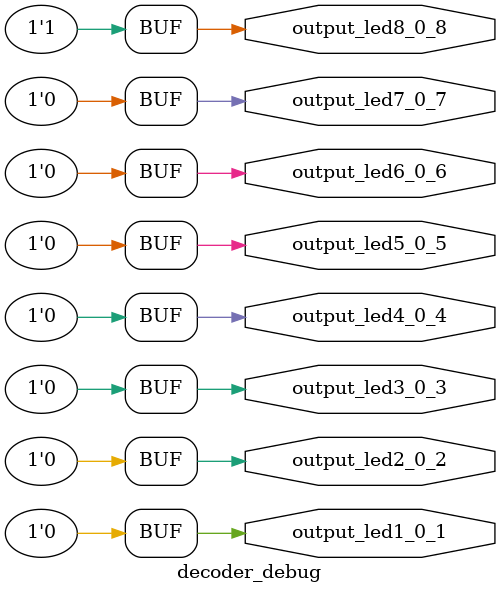
<source format=v>

`timescale 1ns/1ps

module decoder_debug (
    // ========= Input Ports =========

    // ========= Output Ports =========
    output wire output_led1_0_1,
    output wire output_led2_0_2,
    output wire output_led3_0_3,
    output wire output_led4_0_4,
    output wire output_led5_0_5,
    output wire output_led6_0_6,
    output wire output_led7_0_7,
    output wire output_led8_0_8
);

    // ========= Logic Assignments =========

    // ========= Output Assignments =========
    // ========= Internal Signals =========

    // ========= Logic Assignments =========
    assign output_led1_0_1 = (1'b0 & 1'b0 & 1'b0); // LED
    assign output_led2_0_2 = (1'b0 & 1'b0 & ~1'b0); // LED
    assign output_led3_0_3 = (1'b0 & ~1'b0 & 1'b0); // LED
    assign output_led4_0_4 = (1'b0 & ~1'b0 & ~1'b0); // LED
    assign output_led5_0_5 = (~1'b0 & 1'b0 & 1'b0); // LED
    assign output_led6_0_6 = (~1'b0 & 1'b0 & ~1'b0); // LED
    assign output_led7_0_7 = (~1'b0 & ~1'b0 & 1'b0); // LED
    assign output_led8_0_8 = (~1'b0 & ~1'b0 & ~1'b0); // LED

endmodule // decoder_debug

// ====================================================================
// Module decoder_debug generation completed successfully
// Elements processed: 55
// Inputs: 0, Outputs: 8
// ====================================================================

</source>
